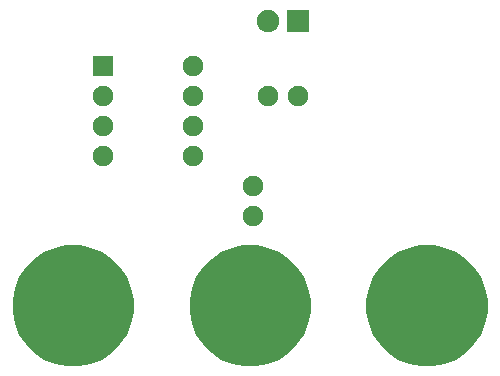
<source format=gbr>
G04 #@! TF.GenerationSoftware,KiCad,Pcbnew,(5.1.5)-3*
G04 #@! TF.CreationDate,2019-12-24T13:43:56+08:00*
G04 #@! TF.ProjectId,test,74657374-2e6b-4696-9361-645f70636258,rev?*
G04 #@! TF.SameCoordinates,Original*
G04 #@! TF.FileFunction,Soldermask,Top*
G04 #@! TF.FilePolarity,Negative*
%FSLAX46Y46*%
G04 Gerber Fmt 4.6, Leading zero omitted, Abs format (unit mm)*
G04 Created by KiCad (PCBNEW (5.1.5)-3) date 2019-12-24 13:43:56*
%MOMM*%
%LPD*%
G04 APERTURE LIST*
%ADD10C,0.100000*%
G04 APERTURE END LIST*
D10*
G36*
X62721008Y-68627590D02*
G01*
X63216658Y-68726181D01*
X64150440Y-69112967D01*
X64990822Y-69674492D01*
X65705508Y-70389178D01*
X66267033Y-71229560D01*
X66653819Y-72163342D01*
X66851000Y-73154641D01*
X66851000Y-74165359D01*
X66653819Y-75156658D01*
X66267033Y-76090440D01*
X65705508Y-76930822D01*
X64990822Y-77645508D01*
X64150440Y-78207033D01*
X63216658Y-78593819D01*
X62721008Y-78692410D01*
X62225361Y-78791000D01*
X61214639Y-78791000D01*
X60718992Y-78692410D01*
X60223342Y-78593819D01*
X59289560Y-78207033D01*
X58449178Y-77645508D01*
X57734492Y-76930822D01*
X57172967Y-76090440D01*
X56786181Y-75156658D01*
X56589000Y-74165359D01*
X56589000Y-73154641D01*
X56786181Y-72163342D01*
X57172967Y-71229560D01*
X57734492Y-70389178D01*
X58449178Y-69674492D01*
X59289560Y-69112967D01*
X60223342Y-68726181D01*
X60718992Y-68627590D01*
X61214639Y-68529000D01*
X62225361Y-68529000D01*
X62721008Y-68627590D01*
G37*
G36*
X32751008Y-68627590D02*
G01*
X33246658Y-68726181D01*
X34180440Y-69112967D01*
X35020822Y-69674492D01*
X35735508Y-70389178D01*
X36297033Y-71229560D01*
X36683819Y-72163342D01*
X36881000Y-73154641D01*
X36881000Y-74165359D01*
X36683819Y-75156658D01*
X36297033Y-76090440D01*
X35735508Y-76930822D01*
X35020822Y-77645508D01*
X34180440Y-78207033D01*
X33246658Y-78593819D01*
X32751008Y-78692410D01*
X32255361Y-78791000D01*
X31244639Y-78791000D01*
X30748992Y-78692410D01*
X30253342Y-78593819D01*
X29319560Y-78207033D01*
X28479178Y-77645508D01*
X27764492Y-76930822D01*
X27202967Y-76090440D01*
X26816181Y-75156658D01*
X26619000Y-74165359D01*
X26619000Y-73154641D01*
X26816181Y-72163342D01*
X27202967Y-71229560D01*
X27764492Y-70389178D01*
X28479178Y-69674492D01*
X29319560Y-69112967D01*
X30253342Y-68726181D01*
X30748992Y-68627590D01*
X31244639Y-68529000D01*
X32255361Y-68529000D01*
X32751008Y-68627590D01*
G37*
G36*
X47741008Y-68627590D02*
G01*
X48236658Y-68726181D01*
X49170440Y-69112967D01*
X50010822Y-69674492D01*
X50725508Y-70389178D01*
X51287033Y-71229560D01*
X51673819Y-72163342D01*
X51871000Y-73154641D01*
X51871000Y-74165359D01*
X51673819Y-75156658D01*
X51287033Y-76090440D01*
X50725508Y-76930822D01*
X50010822Y-77645508D01*
X49170440Y-78207033D01*
X48236658Y-78593819D01*
X47741008Y-78692410D01*
X47245361Y-78791000D01*
X46234639Y-78791000D01*
X45738992Y-78692410D01*
X45243342Y-78593819D01*
X44309560Y-78207033D01*
X43469178Y-77645508D01*
X42754492Y-76930822D01*
X42192967Y-76090440D01*
X41806181Y-75156658D01*
X41609000Y-74165359D01*
X41609000Y-73154641D01*
X41806181Y-72163342D01*
X42192967Y-71229560D01*
X42754492Y-70389178D01*
X43469178Y-69674492D01*
X44309560Y-69112967D01*
X45243342Y-68726181D01*
X45738992Y-68627590D01*
X46234639Y-68529000D01*
X47245361Y-68529000D01*
X47741008Y-68627590D01*
G37*
G36*
X47238228Y-65221703D02*
G01*
X47393100Y-65285853D01*
X47532481Y-65378985D01*
X47651015Y-65497519D01*
X47744147Y-65636900D01*
X47808297Y-65791772D01*
X47841000Y-65956184D01*
X47841000Y-66123816D01*
X47808297Y-66288228D01*
X47744147Y-66443100D01*
X47651015Y-66582481D01*
X47532481Y-66701015D01*
X47393100Y-66794147D01*
X47238228Y-66858297D01*
X47073816Y-66891000D01*
X46906184Y-66891000D01*
X46741772Y-66858297D01*
X46586900Y-66794147D01*
X46447519Y-66701015D01*
X46328985Y-66582481D01*
X46235853Y-66443100D01*
X46171703Y-66288228D01*
X46139000Y-66123816D01*
X46139000Y-65956184D01*
X46171703Y-65791772D01*
X46235853Y-65636900D01*
X46328985Y-65497519D01*
X46447519Y-65378985D01*
X46586900Y-65285853D01*
X46741772Y-65221703D01*
X46906184Y-65189000D01*
X47073816Y-65189000D01*
X47238228Y-65221703D01*
G37*
G36*
X47238228Y-62681703D02*
G01*
X47393100Y-62745853D01*
X47532481Y-62838985D01*
X47651015Y-62957519D01*
X47744147Y-63096900D01*
X47808297Y-63251772D01*
X47841000Y-63416184D01*
X47841000Y-63583816D01*
X47808297Y-63748228D01*
X47744147Y-63903100D01*
X47651015Y-64042481D01*
X47532481Y-64161015D01*
X47393100Y-64254147D01*
X47238228Y-64318297D01*
X47073816Y-64351000D01*
X46906184Y-64351000D01*
X46741772Y-64318297D01*
X46586900Y-64254147D01*
X46447519Y-64161015D01*
X46328985Y-64042481D01*
X46235853Y-63903100D01*
X46171703Y-63748228D01*
X46139000Y-63583816D01*
X46139000Y-63416184D01*
X46171703Y-63251772D01*
X46235853Y-63096900D01*
X46328985Y-62957519D01*
X46447519Y-62838985D01*
X46586900Y-62745853D01*
X46741772Y-62681703D01*
X46906184Y-62649000D01*
X47073816Y-62649000D01*
X47238228Y-62681703D01*
G37*
G36*
X34538228Y-60141703D02*
G01*
X34693100Y-60205853D01*
X34832481Y-60298985D01*
X34951015Y-60417519D01*
X35044147Y-60556900D01*
X35108297Y-60711772D01*
X35141000Y-60876184D01*
X35141000Y-61043816D01*
X35108297Y-61208228D01*
X35044147Y-61363100D01*
X34951015Y-61502481D01*
X34832481Y-61621015D01*
X34693100Y-61714147D01*
X34538228Y-61778297D01*
X34373816Y-61811000D01*
X34206184Y-61811000D01*
X34041772Y-61778297D01*
X33886900Y-61714147D01*
X33747519Y-61621015D01*
X33628985Y-61502481D01*
X33535853Y-61363100D01*
X33471703Y-61208228D01*
X33439000Y-61043816D01*
X33439000Y-60876184D01*
X33471703Y-60711772D01*
X33535853Y-60556900D01*
X33628985Y-60417519D01*
X33747519Y-60298985D01*
X33886900Y-60205853D01*
X34041772Y-60141703D01*
X34206184Y-60109000D01*
X34373816Y-60109000D01*
X34538228Y-60141703D01*
G37*
G36*
X42158228Y-60141703D02*
G01*
X42313100Y-60205853D01*
X42452481Y-60298985D01*
X42571015Y-60417519D01*
X42664147Y-60556900D01*
X42728297Y-60711772D01*
X42761000Y-60876184D01*
X42761000Y-61043816D01*
X42728297Y-61208228D01*
X42664147Y-61363100D01*
X42571015Y-61502481D01*
X42452481Y-61621015D01*
X42313100Y-61714147D01*
X42158228Y-61778297D01*
X41993816Y-61811000D01*
X41826184Y-61811000D01*
X41661772Y-61778297D01*
X41506900Y-61714147D01*
X41367519Y-61621015D01*
X41248985Y-61502481D01*
X41155853Y-61363100D01*
X41091703Y-61208228D01*
X41059000Y-61043816D01*
X41059000Y-60876184D01*
X41091703Y-60711772D01*
X41155853Y-60556900D01*
X41248985Y-60417519D01*
X41367519Y-60298985D01*
X41506900Y-60205853D01*
X41661772Y-60141703D01*
X41826184Y-60109000D01*
X41993816Y-60109000D01*
X42158228Y-60141703D01*
G37*
G36*
X42158228Y-57601703D02*
G01*
X42313100Y-57665853D01*
X42452481Y-57758985D01*
X42571015Y-57877519D01*
X42664147Y-58016900D01*
X42728297Y-58171772D01*
X42761000Y-58336184D01*
X42761000Y-58503816D01*
X42728297Y-58668228D01*
X42664147Y-58823100D01*
X42571015Y-58962481D01*
X42452481Y-59081015D01*
X42313100Y-59174147D01*
X42158228Y-59238297D01*
X41993816Y-59271000D01*
X41826184Y-59271000D01*
X41661772Y-59238297D01*
X41506900Y-59174147D01*
X41367519Y-59081015D01*
X41248985Y-58962481D01*
X41155853Y-58823100D01*
X41091703Y-58668228D01*
X41059000Y-58503816D01*
X41059000Y-58336184D01*
X41091703Y-58171772D01*
X41155853Y-58016900D01*
X41248985Y-57877519D01*
X41367519Y-57758985D01*
X41506900Y-57665853D01*
X41661772Y-57601703D01*
X41826184Y-57569000D01*
X41993816Y-57569000D01*
X42158228Y-57601703D01*
G37*
G36*
X34538228Y-57601703D02*
G01*
X34693100Y-57665853D01*
X34832481Y-57758985D01*
X34951015Y-57877519D01*
X35044147Y-58016900D01*
X35108297Y-58171772D01*
X35141000Y-58336184D01*
X35141000Y-58503816D01*
X35108297Y-58668228D01*
X35044147Y-58823100D01*
X34951015Y-58962481D01*
X34832481Y-59081015D01*
X34693100Y-59174147D01*
X34538228Y-59238297D01*
X34373816Y-59271000D01*
X34206184Y-59271000D01*
X34041772Y-59238297D01*
X33886900Y-59174147D01*
X33747519Y-59081015D01*
X33628985Y-58962481D01*
X33535853Y-58823100D01*
X33471703Y-58668228D01*
X33439000Y-58503816D01*
X33439000Y-58336184D01*
X33471703Y-58171772D01*
X33535853Y-58016900D01*
X33628985Y-57877519D01*
X33747519Y-57758985D01*
X33886900Y-57665853D01*
X34041772Y-57601703D01*
X34206184Y-57569000D01*
X34373816Y-57569000D01*
X34538228Y-57601703D01*
G37*
G36*
X34538228Y-55061703D02*
G01*
X34693100Y-55125853D01*
X34832481Y-55218985D01*
X34951015Y-55337519D01*
X35044147Y-55476900D01*
X35108297Y-55631772D01*
X35141000Y-55796184D01*
X35141000Y-55963816D01*
X35108297Y-56128228D01*
X35044147Y-56283100D01*
X34951015Y-56422481D01*
X34832481Y-56541015D01*
X34693100Y-56634147D01*
X34538228Y-56698297D01*
X34373816Y-56731000D01*
X34206184Y-56731000D01*
X34041772Y-56698297D01*
X33886900Y-56634147D01*
X33747519Y-56541015D01*
X33628985Y-56422481D01*
X33535853Y-56283100D01*
X33471703Y-56128228D01*
X33439000Y-55963816D01*
X33439000Y-55796184D01*
X33471703Y-55631772D01*
X33535853Y-55476900D01*
X33628985Y-55337519D01*
X33747519Y-55218985D01*
X33886900Y-55125853D01*
X34041772Y-55061703D01*
X34206184Y-55029000D01*
X34373816Y-55029000D01*
X34538228Y-55061703D01*
G37*
G36*
X42158228Y-55061703D02*
G01*
X42313100Y-55125853D01*
X42452481Y-55218985D01*
X42571015Y-55337519D01*
X42664147Y-55476900D01*
X42728297Y-55631772D01*
X42761000Y-55796184D01*
X42761000Y-55963816D01*
X42728297Y-56128228D01*
X42664147Y-56283100D01*
X42571015Y-56422481D01*
X42452481Y-56541015D01*
X42313100Y-56634147D01*
X42158228Y-56698297D01*
X41993816Y-56731000D01*
X41826184Y-56731000D01*
X41661772Y-56698297D01*
X41506900Y-56634147D01*
X41367519Y-56541015D01*
X41248985Y-56422481D01*
X41155853Y-56283100D01*
X41091703Y-56128228D01*
X41059000Y-55963816D01*
X41059000Y-55796184D01*
X41091703Y-55631772D01*
X41155853Y-55476900D01*
X41248985Y-55337519D01*
X41367519Y-55218985D01*
X41506900Y-55125853D01*
X41661772Y-55061703D01*
X41826184Y-55029000D01*
X41993816Y-55029000D01*
X42158228Y-55061703D01*
G37*
G36*
X48508228Y-55061703D02*
G01*
X48663100Y-55125853D01*
X48802481Y-55218985D01*
X48921015Y-55337519D01*
X49014147Y-55476900D01*
X49078297Y-55631772D01*
X49111000Y-55796184D01*
X49111000Y-55963816D01*
X49078297Y-56128228D01*
X49014147Y-56283100D01*
X48921015Y-56422481D01*
X48802481Y-56541015D01*
X48663100Y-56634147D01*
X48508228Y-56698297D01*
X48343816Y-56731000D01*
X48176184Y-56731000D01*
X48011772Y-56698297D01*
X47856900Y-56634147D01*
X47717519Y-56541015D01*
X47598985Y-56422481D01*
X47505853Y-56283100D01*
X47441703Y-56128228D01*
X47409000Y-55963816D01*
X47409000Y-55796184D01*
X47441703Y-55631772D01*
X47505853Y-55476900D01*
X47598985Y-55337519D01*
X47717519Y-55218985D01*
X47856900Y-55125853D01*
X48011772Y-55061703D01*
X48176184Y-55029000D01*
X48343816Y-55029000D01*
X48508228Y-55061703D01*
G37*
G36*
X51048228Y-55061703D02*
G01*
X51203100Y-55125853D01*
X51342481Y-55218985D01*
X51461015Y-55337519D01*
X51554147Y-55476900D01*
X51618297Y-55631772D01*
X51651000Y-55796184D01*
X51651000Y-55963816D01*
X51618297Y-56128228D01*
X51554147Y-56283100D01*
X51461015Y-56422481D01*
X51342481Y-56541015D01*
X51203100Y-56634147D01*
X51048228Y-56698297D01*
X50883816Y-56731000D01*
X50716184Y-56731000D01*
X50551772Y-56698297D01*
X50396900Y-56634147D01*
X50257519Y-56541015D01*
X50138985Y-56422481D01*
X50045853Y-56283100D01*
X49981703Y-56128228D01*
X49949000Y-55963816D01*
X49949000Y-55796184D01*
X49981703Y-55631772D01*
X50045853Y-55476900D01*
X50138985Y-55337519D01*
X50257519Y-55218985D01*
X50396900Y-55125853D01*
X50551772Y-55061703D01*
X50716184Y-55029000D01*
X50883816Y-55029000D01*
X51048228Y-55061703D01*
G37*
G36*
X42158228Y-52521703D02*
G01*
X42313100Y-52585853D01*
X42452481Y-52678985D01*
X42571015Y-52797519D01*
X42664147Y-52936900D01*
X42728297Y-53091772D01*
X42761000Y-53256184D01*
X42761000Y-53423816D01*
X42728297Y-53588228D01*
X42664147Y-53743100D01*
X42571015Y-53882481D01*
X42452481Y-54001015D01*
X42313100Y-54094147D01*
X42158228Y-54158297D01*
X41993816Y-54191000D01*
X41826184Y-54191000D01*
X41661772Y-54158297D01*
X41506900Y-54094147D01*
X41367519Y-54001015D01*
X41248985Y-53882481D01*
X41155853Y-53743100D01*
X41091703Y-53588228D01*
X41059000Y-53423816D01*
X41059000Y-53256184D01*
X41091703Y-53091772D01*
X41155853Y-52936900D01*
X41248985Y-52797519D01*
X41367519Y-52678985D01*
X41506900Y-52585853D01*
X41661772Y-52521703D01*
X41826184Y-52489000D01*
X41993816Y-52489000D01*
X42158228Y-52521703D01*
G37*
G36*
X35141000Y-54191000D02*
G01*
X33439000Y-54191000D01*
X33439000Y-52489000D01*
X35141000Y-52489000D01*
X35141000Y-54191000D01*
G37*
G36*
X48537395Y-48615546D02*
G01*
X48710466Y-48687234D01*
X48710467Y-48687235D01*
X48866227Y-48791310D01*
X48998690Y-48923773D01*
X48998691Y-48923775D01*
X49102766Y-49079534D01*
X49174454Y-49252605D01*
X49211000Y-49436333D01*
X49211000Y-49623667D01*
X49174454Y-49807395D01*
X49102766Y-49980466D01*
X49102765Y-49980467D01*
X48998690Y-50136227D01*
X48866227Y-50268690D01*
X48787818Y-50321081D01*
X48710466Y-50372766D01*
X48537395Y-50444454D01*
X48353667Y-50481000D01*
X48166333Y-50481000D01*
X47982605Y-50444454D01*
X47809534Y-50372766D01*
X47732182Y-50321081D01*
X47653773Y-50268690D01*
X47521310Y-50136227D01*
X47417235Y-49980467D01*
X47417234Y-49980466D01*
X47345546Y-49807395D01*
X47309000Y-49623667D01*
X47309000Y-49436333D01*
X47345546Y-49252605D01*
X47417234Y-49079534D01*
X47521309Y-48923775D01*
X47521310Y-48923773D01*
X47653773Y-48791310D01*
X47809533Y-48687235D01*
X47809534Y-48687234D01*
X47982605Y-48615546D01*
X48166333Y-48579000D01*
X48353667Y-48579000D01*
X48537395Y-48615546D01*
G37*
G36*
X51751000Y-50481000D02*
G01*
X49849000Y-50481000D01*
X49849000Y-48579000D01*
X51751000Y-48579000D01*
X51751000Y-50481000D01*
G37*
M02*

</source>
